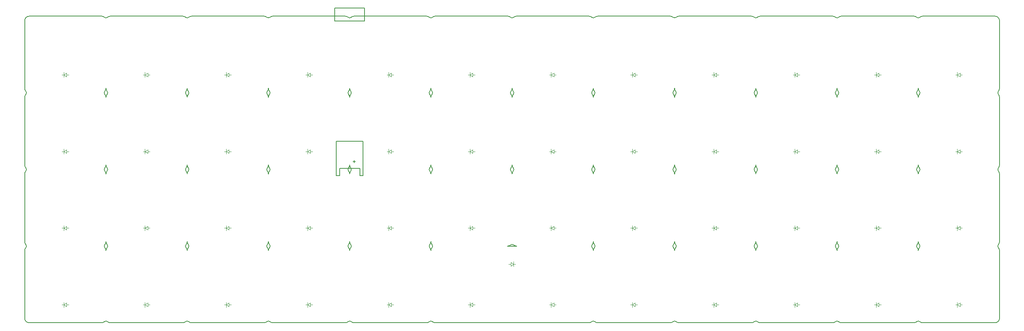
<source format=gbr>
G04 #@! TF.GenerationSoftware,KiCad,Pcbnew,5.1.5+dfsg1-2build2*
G04 #@! TF.CreationDate,2023-07-29T21:16:48+00:00*
G04 #@! TF.ProjectId,planck_routed,706c616e-636b-45f7-926f-757465642e6b,v1.0.0*
G04 #@! TF.SameCoordinates,Original*
G04 #@! TF.FileFunction,Legend,Bot*
G04 #@! TF.FilePolarity,Positive*
%FSLAX46Y46*%
G04 Gerber Fmt 4.6, Leading zero omitted, Abs format (unit mm)*
G04 Created by KiCad (PCBNEW 5.1.5+dfsg1-2build2) date 2023-07-29 21:16:48*
%MOMM*%
%LPD*%
G04 APERTURE LIST*
G04 #@! TA.AperFunction,Profile*
%ADD10C,0.150000*%
G04 #@! TD*
%ADD11C,0.100000*%
%ADD12C,0.150000*%
G04 APERTURE END LIST*
D10*
X-8000000Y8500000D02*
X8000000Y8500000D01*
X8666667Y8754644D02*
G75*
G02X8000000Y8500000I-666667J745356D01*
G01*
X8745356Y25166667D02*
G75*
G02X9000000Y24500000I-745356J-666667D01*
G01*
X-9000000Y24500000D02*
G75*
G02X-8745356Y25166667I1000000J0D01*
G01*
X-9000000Y24500000D02*
X-9000000Y9500000D01*
X-8000000Y8500000D02*
G75*
G02X-9000000Y9500000I0J1000000D01*
G01*
X9000000Y26500000D02*
G75*
G02X8745356Y25833333I-1000000J0D01*
G01*
X8745356Y42166667D02*
G75*
G02X9000000Y41500000I-745356J-666667D01*
G01*
X-9000000Y41500000D02*
G75*
G02X-8745356Y42166667I1000000J0D01*
G01*
X-9000000Y41500000D02*
X-9000000Y26500000D01*
X-8745356Y25833333D02*
G75*
G02X-9000000Y26500000I745356J666667D01*
G01*
X9000000Y43500000D02*
G75*
G02X8745356Y42833333I-1000000J0D01*
G01*
X8745356Y59166667D02*
G75*
G02X9000000Y58500000I-745356J-666667D01*
G01*
X-9000000Y58500000D02*
G75*
G02X-8745356Y59166667I1000000J0D01*
G01*
X-9000000Y58500000D02*
X-9000000Y43500000D01*
X-8745356Y42833333D02*
G75*
G02X-9000000Y43500000I745356J666667D01*
G01*
X9000000Y60500000D02*
G75*
G02X8745356Y59833333I-1000000J0D01*
G01*
X8000000Y76500000D02*
G75*
G02X8666667Y76245356I0J-1000000D01*
G01*
X8000000Y76500000D02*
X-8000000Y76500000D01*
X-9000000Y75500000D02*
G75*
G02X-8000000Y76500000I1000000J0D01*
G01*
X-9000000Y75500000D02*
X-9000000Y60500000D01*
X-8745356Y59833333D02*
G75*
G02X-9000000Y60500000I745356J666667D01*
G01*
X10000000Y8500000D02*
X26000000Y8500000D01*
X26666667Y8754644D02*
G75*
G02X26000000Y8500000I-666667J745356D01*
G01*
X26745356Y25166667D02*
G75*
G02X27000000Y24500000I-745356J-666667D01*
G01*
X9000000Y24500000D02*
G75*
G02X9254644Y25166667I1000000J0D01*
G01*
X10000000Y8500000D02*
G75*
G02X9333333Y8754644I0J1000000D01*
G01*
X27000000Y26500000D02*
G75*
G02X26745356Y25833333I-1000000J0D01*
G01*
X26745356Y42166667D02*
G75*
G02X27000000Y41500000I-745356J-666667D01*
G01*
X9000000Y41500000D02*
G75*
G02X9254644Y42166667I1000000J0D01*
G01*
X9254644Y25833333D02*
G75*
G02X9000000Y26500000I745356J666667D01*
G01*
X27000000Y43500000D02*
G75*
G02X26745356Y42833333I-1000000J0D01*
G01*
X26745356Y59166667D02*
G75*
G02X27000000Y58500000I-745356J-666667D01*
G01*
X9000000Y58500000D02*
G75*
G02X9254644Y59166667I1000000J0D01*
G01*
X9254644Y42833333D02*
G75*
G02X9000000Y43500000I745356J666667D01*
G01*
X27000000Y60500000D02*
G75*
G02X26745356Y59833333I-1000000J0D01*
G01*
X26000000Y76500000D02*
G75*
G02X26666667Y76245356I0J-1000000D01*
G01*
X26000000Y76500000D02*
X10000000Y76500000D01*
X9333333Y76245356D02*
G75*
G02X10000000Y76500000I666667J-745356D01*
G01*
X9254644Y59833333D02*
G75*
G02X9000000Y60500000I745356J666667D01*
G01*
X28000000Y8500000D02*
X44000000Y8500000D01*
X44666667Y8754644D02*
G75*
G02X44000000Y8500000I-666667J745356D01*
G01*
X44745356Y25166667D02*
G75*
G02X45000000Y24500000I-745356J-666667D01*
G01*
X27000000Y24500000D02*
G75*
G02X27254644Y25166667I1000000J0D01*
G01*
X28000000Y8500000D02*
G75*
G02X27333333Y8754644I0J1000000D01*
G01*
X45000000Y26500000D02*
G75*
G02X44745356Y25833333I-1000000J0D01*
G01*
X44745356Y42166667D02*
G75*
G02X45000000Y41500000I-745356J-666667D01*
G01*
X27000000Y41500000D02*
G75*
G02X27254644Y42166667I1000000J0D01*
G01*
X27254644Y25833333D02*
G75*
G02X27000000Y26500000I745356J666667D01*
G01*
X45000000Y43500000D02*
G75*
G02X44745356Y42833333I-1000000J0D01*
G01*
X44745356Y59166667D02*
G75*
G02X45000000Y58500000I-745356J-666667D01*
G01*
X27000000Y58500000D02*
G75*
G02X27254644Y59166667I1000000J0D01*
G01*
X27254644Y42833333D02*
G75*
G02X27000000Y43500000I745356J666667D01*
G01*
X45000000Y60500000D02*
G75*
G02X44745356Y59833333I-1000000J0D01*
G01*
X44000000Y76500000D02*
G75*
G02X44666667Y76245356I0J-1000000D01*
G01*
X44000000Y76500000D02*
X28000000Y76500000D01*
X27333333Y76245356D02*
G75*
G02X28000000Y76500000I666667J-745356D01*
G01*
X27254644Y59833333D02*
G75*
G02X27000000Y60500000I745356J666667D01*
G01*
X46000000Y8500000D02*
X62000000Y8500000D01*
X62666667Y8754644D02*
G75*
G02X62000000Y8500000I-666667J745356D01*
G01*
X62745356Y25166667D02*
G75*
G02X63000000Y24500000I-745356J-666667D01*
G01*
X45000000Y24500000D02*
G75*
G02X45254644Y25166667I1000000J0D01*
G01*
X46000000Y8500000D02*
G75*
G02X45333333Y8754644I0J1000000D01*
G01*
X63000000Y26500000D02*
G75*
G02X62745356Y25833333I-1000000J0D01*
G01*
X62745356Y42166667D02*
G75*
G02X63000000Y41500000I-745356J-666667D01*
G01*
X45000000Y41500000D02*
G75*
G02X45254644Y42166667I1000000J0D01*
G01*
X45254644Y25833333D02*
G75*
G02X45000000Y26500000I745356J666667D01*
G01*
X63000000Y43500000D02*
G75*
G02X62745356Y42833333I-1000000J0D01*
G01*
X62745356Y59166667D02*
G75*
G02X63000000Y58500000I-745356J-666667D01*
G01*
X45000000Y58500000D02*
G75*
G02X45254644Y59166667I1000000J0D01*
G01*
X45254644Y42833333D02*
G75*
G02X45000000Y43500000I745356J666667D01*
G01*
X63000000Y60500000D02*
G75*
G02X62745356Y59833333I-1000000J0D01*
G01*
X62000000Y76500000D02*
G75*
G02X62666667Y76245356I0J-1000000D01*
G01*
X62000000Y76500000D02*
X46000000Y76500000D01*
X45333333Y76245356D02*
G75*
G02X46000000Y76500000I666667J-745356D01*
G01*
X45254644Y59833333D02*
G75*
G02X45000000Y60500000I745356J666667D01*
G01*
X64000000Y8500000D02*
X80000000Y8500000D01*
X80666667Y8754644D02*
G75*
G02X80000000Y8500000I-666667J745356D01*
G01*
X80745356Y25166667D02*
G75*
G02X81000000Y24500000I-745356J-666667D01*
G01*
X63000000Y24500000D02*
G75*
G02X63254644Y25166667I1000000J0D01*
G01*
X64000000Y8500000D02*
G75*
G02X63333333Y8754644I0J1000000D01*
G01*
X81000000Y26500000D02*
G75*
G02X80745356Y25833333I-1000000J0D01*
G01*
X80745356Y42166667D02*
G75*
G02X81000000Y41500000I-745356J-666667D01*
G01*
X63000000Y41500000D02*
G75*
G02X63254644Y42166667I1000000J0D01*
G01*
X63254644Y25833333D02*
G75*
G02X63000000Y26500000I745356J666667D01*
G01*
X81000000Y43500000D02*
G75*
G02X80745356Y42833333I-1000000J0D01*
G01*
X80745356Y59166667D02*
G75*
G02X81000000Y58500000I-745356J-666667D01*
G01*
X63000000Y58500000D02*
G75*
G02X63254644Y59166667I1000000J0D01*
G01*
X63254644Y42833333D02*
G75*
G02X63000000Y43500000I745356J666667D01*
G01*
X81000000Y60500000D02*
G75*
G02X80745356Y59833333I-1000000J0D01*
G01*
X80000000Y76500000D02*
G75*
G02X80666667Y76245356I0J-1000000D01*
G01*
X80000000Y76500000D02*
X64000000Y76500000D01*
X63333333Y76245356D02*
G75*
G02X64000000Y76500000I666667J-745356D01*
G01*
X63254644Y59833333D02*
G75*
G02X63000000Y60500000I745356J666667D01*
G01*
X82000000Y8500000D02*
X116000000Y8500000D01*
X81000000Y24500000D02*
G75*
G02X81254644Y25166667I1000000J0D01*
G01*
X82000000Y8500000D02*
G75*
G02X81333333Y8754644I0J1000000D01*
G01*
X98666667Y25754644D02*
G75*
G02X98000000Y25500000I-666667J745356D01*
G01*
X98745356Y42166667D02*
G75*
G02X99000000Y41500000I-745356J-666667D01*
G01*
X81000000Y41500000D02*
G75*
G02X81254644Y42166667I1000000J0D01*
G01*
X81254644Y25833333D02*
G75*
G02X81000000Y26500000I745356J666667D01*
G01*
X99000000Y43500000D02*
G75*
G02X98745356Y42833333I-1000000J0D01*
G01*
X98745356Y59166667D02*
G75*
G02X99000000Y58500000I-745356J-666667D01*
G01*
X81000000Y58500000D02*
G75*
G02X81254644Y59166667I1000000J0D01*
G01*
X81254644Y42833333D02*
G75*
G02X81000000Y43500000I745356J666667D01*
G01*
X99000000Y60500000D02*
G75*
G02X98745356Y59833333I-1000000J0D01*
G01*
X98000000Y76500000D02*
G75*
G02X98666667Y76245356I0J-1000000D01*
G01*
X98000000Y76500000D02*
X82000000Y76500000D01*
X81333333Y76245356D02*
G75*
G02X82000000Y76500000I666667J-745356D01*
G01*
X81254644Y59833333D02*
G75*
G02X81000000Y60500000I745356J666667D01*
G01*
X100000000Y25500000D02*
X98000000Y25500000D01*
X116666667Y8754644D02*
G75*
G02X116000000Y8500000I-666667J745356D01*
G01*
X116745356Y25166667D02*
G75*
G02X117000000Y24500000I-745356J-666667D01*
G01*
X117000000Y26500000D02*
G75*
G02X116745356Y25833333I-1000000J0D01*
G01*
X116745356Y42166667D02*
G75*
G02X117000000Y41500000I-745356J-666667D01*
G01*
X99000000Y41500000D02*
G75*
G02X99254644Y42166667I1000000J0D01*
G01*
X100000000Y25500000D02*
G75*
G02X99333333Y25754644I0J1000000D01*
G01*
X117000000Y43500000D02*
G75*
G02X116745356Y42833333I-1000000J0D01*
G01*
X116745356Y59166667D02*
G75*
G02X117000000Y58500000I-745356J-666667D01*
G01*
X99000000Y58500000D02*
G75*
G02X99254644Y59166667I1000000J0D01*
G01*
X99254644Y42833333D02*
G75*
G02X99000000Y43500000I745356J666667D01*
G01*
X117000000Y60500000D02*
G75*
G02X116745356Y59833333I-1000000J0D01*
G01*
X116000000Y76500000D02*
G75*
G02X116666667Y76245356I0J-1000000D01*
G01*
X116000000Y76500000D02*
X100000000Y76500000D01*
X99333333Y76245356D02*
G75*
G02X100000000Y76500000I666667J-745356D01*
G01*
X99254644Y59833333D02*
G75*
G02X99000000Y60500000I745356J666667D01*
G01*
X118000000Y8500000D02*
X134000000Y8500000D01*
X134666667Y8754644D02*
G75*
G02X134000000Y8500000I-666667J745356D01*
G01*
X134745356Y25166667D02*
G75*
G02X135000000Y24500000I-745356J-666667D01*
G01*
X117000000Y24500000D02*
G75*
G02X117254644Y25166667I1000000J0D01*
G01*
X118000000Y8500000D02*
G75*
G02X117333333Y8754644I0J1000000D01*
G01*
X135000000Y26500000D02*
G75*
G02X134745356Y25833333I-1000000J0D01*
G01*
X134745356Y42166667D02*
G75*
G02X135000000Y41500000I-745356J-666667D01*
G01*
X117000000Y41500000D02*
G75*
G02X117254644Y42166667I1000000J0D01*
G01*
X117254644Y25833333D02*
G75*
G02X117000000Y26500000I745356J666667D01*
G01*
X135000000Y43500000D02*
G75*
G02X134745356Y42833333I-1000000J0D01*
G01*
X134745356Y59166667D02*
G75*
G02X135000000Y58500000I-745356J-666667D01*
G01*
X117000000Y58500000D02*
G75*
G02X117254644Y59166667I1000000J0D01*
G01*
X117254644Y42833333D02*
G75*
G02X117000000Y43500000I745356J666667D01*
G01*
X135000000Y60500000D02*
G75*
G02X134745356Y59833333I-1000000J0D01*
G01*
X134000000Y76500000D02*
G75*
G02X134666667Y76245356I0J-1000000D01*
G01*
X134000000Y76500000D02*
X118000000Y76500000D01*
X117333333Y76245356D02*
G75*
G02X118000000Y76500000I666667J-745356D01*
G01*
X117254644Y59833333D02*
G75*
G02X117000000Y60500000I745356J666667D01*
G01*
X136000000Y8500000D02*
X152000000Y8500000D01*
X152666667Y8754644D02*
G75*
G02X152000000Y8500000I-666667J745356D01*
G01*
X152745356Y25166667D02*
G75*
G02X153000000Y24500000I-745356J-666667D01*
G01*
X135000000Y24500000D02*
G75*
G02X135254644Y25166667I1000000J0D01*
G01*
X136000000Y8500000D02*
G75*
G02X135333333Y8754644I0J1000000D01*
G01*
X153000000Y26500000D02*
G75*
G02X152745356Y25833333I-1000000J0D01*
G01*
X152745356Y42166667D02*
G75*
G02X153000000Y41500000I-745356J-666667D01*
G01*
X135000000Y41500000D02*
G75*
G02X135254644Y42166667I1000000J0D01*
G01*
X135254644Y25833333D02*
G75*
G02X135000000Y26500000I745356J666667D01*
G01*
X153000000Y43500000D02*
G75*
G02X152745356Y42833333I-1000000J0D01*
G01*
X152745356Y59166667D02*
G75*
G02X153000000Y58500000I-745356J-666667D01*
G01*
X135000000Y58500000D02*
G75*
G02X135254644Y59166667I1000000J0D01*
G01*
X135254644Y42833333D02*
G75*
G02X135000000Y43500000I745356J666667D01*
G01*
X153000000Y60500000D02*
G75*
G02X152745356Y59833333I-1000000J0D01*
G01*
X152000000Y76500000D02*
G75*
G02X152666667Y76245356I0J-1000000D01*
G01*
X152000000Y76500000D02*
X136000000Y76500000D01*
X135333333Y76245356D02*
G75*
G02X136000000Y76500000I666667J-745356D01*
G01*
X135254644Y59833333D02*
G75*
G02X135000000Y60500000I745356J666667D01*
G01*
X154000000Y8500000D02*
X170000000Y8500000D01*
X170666667Y8754644D02*
G75*
G02X170000000Y8500000I-666667J745356D01*
G01*
X170745356Y25166667D02*
G75*
G02X171000000Y24500000I-745356J-666667D01*
G01*
X153000000Y24500000D02*
G75*
G02X153254644Y25166667I1000000J0D01*
G01*
X154000000Y8500000D02*
G75*
G02X153333333Y8754644I0J1000000D01*
G01*
X171000000Y26500000D02*
G75*
G02X170745356Y25833333I-1000000J0D01*
G01*
X170745356Y42166667D02*
G75*
G02X171000000Y41500000I-745356J-666667D01*
G01*
X153000000Y41500000D02*
G75*
G02X153254644Y42166667I1000000J0D01*
G01*
X153254644Y25833333D02*
G75*
G02X153000000Y26500000I745356J666667D01*
G01*
X171000000Y43500000D02*
G75*
G02X170745356Y42833333I-1000000J0D01*
G01*
X170745356Y59166667D02*
G75*
G02X171000000Y58500000I-745356J-666667D01*
G01*
X153000000Y58500000D02*
G75*
G02X153254644Y59166667I1000000J0D01*
G01*
X153254644Y42833333D02*
G75*
G02X153000000Y43500000I745356J666667D01*
G01*
X171000000Y60500000D02*
G75*
G02X170745356Y59833333I-1000000J0D01*
G01*
X170000000Y76500000D02*
G75*
G02X170666667Y76245356I0J-1000000D01*
G01*
X170000000Y76500000D02*
X154000000Y76500000D01*
X153333333Y76245356D02*
G75*
G02X154000000Y76500000I666667J-745356D01*
G01*
X153254644Y59833333D02*
G75*
G02X153000000Y60500000I745356J666667D01*
G01*
X172000000Y8500000D02*
X188000000Y8500000D01*
X188666667Y8754644D02*
G75*
G02X188000000Y8500000I-666667J745356D01*
G01*
X188745356Y25166667D02*
G75*
G02X189000000Y24500000I-745356J-666667D01*
G01*
X171000000Y24500000D02*
G75*
G02X171254644Y25166667I1000000J0D01*
G01*
X172000000Y8500000D02*
G75*
G02X171333333Y8754644I0J1000000D01*
G01*
X189000000Y26500000D02*
G75*
G02X188745356Y25833333I-1000000J0D01*
G01*
X188745356Y42166667D02*
G75*
G02X189000000Y41500000I-745356J-666667D01*
G01*
X171000000Y41500000D02*
G75*
G02X171254644Y42166667I1000000J0D01*
G01*
X171254644Y25833333D02*
G75*
G02X171000000Y26500000I745356J666667D01*
G01*
X189000000Y43500000D02*
G75*
G02X188745356Y42833333I-1000000J0D01*
G01*
X188745356Y59166667D02*
G75*
G02X189000000Y58500000I-745356J-666667D01*
G01*
X171000000Y58500000D02*
G75*
G02X171254644Y59166667I1000000J0D01*
G01*
X171254644Y42833333D02*
G75*
G02X171000000Y43500000I745356J666667D01*
G01*
X189000000Y60500000D02*
G75*
G02X188745356Y59833333I-1000000J0D01*
G01*
X188000000Y76500000D02*
G75*
G02X188666667Y76245356I0J-1000000D01*
G01*
X188000000Y76500000D02*
X172000000Y76500000D01*
X171333333Y76245356D02*
G75*
G02X172000000Y76500000I666667J-745356D01*
G01*
X171254644Y59833333D02*
G75*
G02X171000000Y60500000I745356J666667D01*
G01*
X190000000Y8500000D02*
X206000000Y8500000D01*
X207000000Y9500000D02*
G75*
G02X206000000Y8500000I-1000000J0D01*
G01*
X207000000Y9500000D02*
X207000000Y24500000D01*
X206745356Y25166667D02*
G75*
G02X207000000Y24500000I-745356J-666667D01*
G01*
X189000000Y24500000D02*
G75*
G02X189254644Y25166667I1000000J0D01*
G01*
X190000000Y8500000D02*
G75*
G02X189333333Y8754644I0J1000000D01*
G01*
X207000000Y26500000D02*
G75*
G02X206745356Y25833333I-1000000J0D01*
G01*
X207000000Y26500000D02*
X207000000Y41500000D01*
X206745356Y42166667D02*
G75*
G02X207000000Y41500000I-745356J-666667D01*
G01*
X189000000Y41500000D02*
G75*
G02X189254644Y42166667I1000000J0D01*
G01*
X189254644Y25833333D02*
G75*
G02X189000000Y26500000I745356J666667D01*
G01*
X207000000Y43500000D02*
G75*
G02X206745356Y42833333I-1000000J0D01*
G01*
X207000000Y43500000D02*
X207000000Y58500000D01*
X206745356Y59166667D02*
G75*
G02X207000000Y58500000I-745356J-666667D01*
G01*
X189000000Y58500000D02*
G75*
G02X189254644Y59166667I1000000J0D01*
G01*
X189254644Y42833333D02*
G75*
G02X189000000Y43500000I745356J666667D01*
G01*
X207000000Y60500000D02*
G75*
G02X206745356Y59833333I-1000000J0D01*
G01*
X207000000Y60500000D02*
X207000000Y75500000D01*
X206000000Y76500000D02*
G75*
G02X207000000Y75500000I0J-1000000D01*
G01*
X206000000Y76500000D02*
X190000000Y76500000D01*
X189333333Y76245356D02*
G75*
G02X190000000Y76500000I666667J-745356D01*
G01*
X189254644Y59833333D02*
G75*
G02X189000000Y60500000I745356J666667D01*
G01*
X8666666Y8754644D02*
G75*
G02X9333333Y8754644I333334J-372678D01*
G01*
X26666666Y8754644D02*
G75*
G02X27333333Y8754644I333334J-372678D01*
G01*
X44666666Y8754644D02*
G75*
G02X45333333Y8754644I333334J-372678D01*
G01*
X62666666Y8754644D02*
G75*
G02X63333333Y8754644I333334J-372678D01*
G01*
X80666666Y8754644D02*
G75*
G02X81333333Y8754644I333334J-372678D01*
G01*
X116666666Y8754644D02*
G75*
G02X117333333Y8754644I333334J-372678D01*
G01*
X134666666Y8754644D02*
G75*
G02X135333333Y8754644I333334J-372678D01*
G01*
X152666666Y8754644D02*
G75*
G02X153333333Y8754644I333334J-372678D01*
G01*
X170666666Y8754644D02*
G75*
G02X171333333Y8754644I333334J-372678D01*
G01*
X188666666Y8754644D02*
G75*
G02X189333333Y8754644I333334J-372678D01*
G01*
X206745356Y25166666D02*
G75*
G02X206745356Y25833333I372678J333334D01*
G01*
X206745356Y42166666D02*
G75*
G02X206745356Y42833333I372678J333334D01*
G01*
X206745356Y59166666D02*
G75*
G02X206745356Y59833333I372678J333334D01*
G01*
X189333334Y76245356D02*
G75*
G02X188666667Y76245356I-333334J372678D01*
G01*
X171333334Y76245356D02*
G75*
G02X170666667Y76245356I-333334J372678D01*
G01*
X153333334Y76245356D02*
G75*
G02X152666667Y76245356I-333334J372678D01*
G01*
X135333334Y76245356D02*
G75*
G02X134666667Y76245356I-333334J372678D01*
G01*
X117333334Y76245356D02*
G75*
G02X116666667Y76245356I-333334J372678D01*
G01*
X99333334Y76245356D02*
G75*
G02X98666667Y76245356I-333334J372678D01*
G01*
X81333334Y76245356D02*
G75*
G02X80666667Y76245356I-333334J372678D01*
G01*
X63333334Y76245356D02*
G75*
G02X62666667Y76245356I-333334J372678D01*
G01*
X45333334Y76245356D02*
G75*
G02X44666667Y76245356I-333334J372678D01*
G01*
X27333334Y76245356D02*
G75*
G02X26666667Y76245356I-333334J372678D01*
G01*
X9333334Y76245356D02*
G75*
G02X8666667Y76245356I-333334J372678D01*
G01*
X-8745356Y59833334D02*
G75*
G02X-8745356Y59166667I-372678J-333334D01*
G01*
X-8745356Y42833334D02*
G75*
G02X-8745356Y42166667I-372678J-333334D01*
G01*
X-8745356Y25833334D02*
G75*
G02X-8745356Y25166667I-372678J-333334D01*
G01*
X8745356Y25166666D02*
G75*
G02X8745356Y25833333I372678J333334D01*
G01*
X9254644Y25833334D02*
G75*
G02X9254644Y25166667I-372678J-333334D01*
G01*
X8745356Y42166666D02*
G75*
G02X8745356Y42833333I372678J333334D01*
G01*
X9254644Y42833334D02*
G75*
G02X9254644Y42166667I-372678J-333334D01*
G01*
X8745356Y59166666D02*
G75*
G02X8745356Y59833333I372678J333334D01*
G01*
X9254644Y59833334D02*
G75*
G02X9254644Y59166667I-372678J-333334D01*
G01*
X26745356Y25166666D02*
G75*
G02X26745356Y25833333I372678J333334D01*
G01*
X27254644Y25833334D02*
G75*
G02X27254644Y25166667I-372678J-333334D01*
G01*
X26745356Y42166666D02*
G75*
G02X26745356Y42833333I372678J333334D01*
G01*
X27254644Y42833334D02*
G75*
G02X27254644Y42166667I-372678J-333334D01*
G01*
X26745356Y59166666D02*
G75*
G02X26745356Y59833333I372678J333334D01*
G01*
X27254644Y59833334D02*
G75*
G02X27254644Y59166667I-372678J-333334D01*
G01*
X44745356Y25166666D02*
G75*
G02X44745356Y25833333I372678J333334D01*
G01*
X45254644Y25833334D02*
G75*
G02X45254644Y25166667I-372678J-333334D01*
G01*
X44745356Y42166666D02*
G75*
G02X44745356Y42833333I372678J333334D01*
G01*
X45254644Y42833334D02*
G75*
G02X45254644Y42166667I-372678J-333334D01*
G01*
X44745356Y59166666D02*
G75*
G02X44745356Y59833333I372678J333334D01*
G01*
X45254644Y59833334D02*
G75*
G02X45254644Y59166667I-372678J-333334D01*
G01*
X62745356Y25166666D02*
G75*
G02X62745356Y25833333I372678J333334D01*
G01*
X63254644Y25833334D02*
G75*
G02X63254644Y25166667I-372678J-333334D01*
G01*
X62745356Y42166666D02*
G75*
G02X62745356Y42833333I372678J333334D01*
G01*
X63254644Y42833334D02*
G75*
G02X63254644Y42166667I-372678J-333334D01*
G01*
X62745356Y59166666D02*
G75*
G02X62745356Y59833333I372678J333334D01*
G01*
X63254644Y59833334D02*
G75*
G02X63254644Y59166667I-372678J-333334D01*
G01*
X80745356Y25166666D02*
G75*
G02X80745356Y25833333I372678J333334D01*
G01*
X81254644Y25833334D02*
G75*
G02X81254644Y25166667I-372678J-333334D01*
G01*
X80745356Y42166666D02*
G75*
G02X80745356Y42833333I372678J333334D01*
G01*
X81254644Y42833334D02*
G75*
G02X81254644Y42166667I-372678J-333334D01*
G01*
X80745356Y59166666D02*
G75*
G02X80745356Y59833333I372678J333334D01*
G01*
X81254644Y59833334D02*
G75*
G02X81254644Y59166667I-372678J-333334D01*
G01*
X98745356Y42166666D02*
G75*
G02X98745356Y42833333I372678J333334D01*
G01*
X99254644Y42833334D02*
G75*
G02X99254644Y42166667I-372678J-333334D01*
G01*
X98745356Y59166666D02*
G75*
G02X98745356Y59833333I372678J333334D01*
G01*
X99254644Y59833334D02*
G75*
G02X99254644Y59166667I-372678J-333334D01*
G01*
X116745356Y25166666D02*
G75*
G02X116745356Y25833333I372678J333334D01*
G01*
X117254644Y25833334D02*
G75*
G02X117254644Y25166667I-372678J-333334D01*
G01*
X116745356Y42166666D02*
G75*
G02X116745356Y42833333I372678J333334D01*
G01*
X117254644Y42833334D02*
G75*
G02X117254644Y42166667I-372678J-333334D01*
G01*
X116745356Y59166666D02*
G75*
G02X116745356Y59833333I372678J333334D01*
G01*
X117254644Y59833334D02*
G75*
G02X117254644Y59166667I-372678J-333334D01*
G01*
X134745356Y25166666D02*
G75*
G02X134745356Y25833333I372678J333334D01*
G01*
X135254644Y25833334D02*
G75*
G02X135254644Y25166667I-372678J-333334D01*
G01*
X134745356Y42166666D02*
G75*
G02X134745356Y42833333I372678J333334D01*
G01*
X135254644Y42833334D02*
G75*
G02X135254644Y42166667I-372678J-333334D01*
G01*
X134745356Y59166666D02*
G75*
G02X134745356Y59833333I372678J333334D01*
G01*
X135254644Y59833334D02*
G75*
G02X135254644Y59166667I-372678J-333334D01*
G01*
X152745356Y25166666D02*
G75*
G02X152745356Y25833333I372678J333334D01*
G01*
X153254644Y25833334D02*
G75*
G02X153254644Y25166667I-372678J-333334D01*
G01*
X152745356Y42166666D02*
G75*
G02X152745356Y42833333I372678J333334D01*
G01*
X153254644Y42833334D02*
G75*
G02X153254644Y42166667I-372678J-333334D01*
G01*
X152745356Y59166666D02*
G75*
G02X152745356Y59833333I372678J333334D01*
G01*
X153254644Y59833334D02*
G75*
G02X153254644Y59166667I-372678J-333334D01*
G01*
X170745356Y25166666D02*
G75*
G02X170745356Y25833333I372678J333334D01*
G01*
X171254644Y25833334D02*
G75*
G02X171254644Y25166667I-372678J-333334D01*
G01*
X170745356Y42166666D02*
G75*
G02X170745356Y42833333I372678J333334D01*
G01*
X171254644Y42833334D02*
G75*
G02X171254644Y42166667I-372678J-333334D01*
G01*
X170745356Y59166666D02*
G75*
G02X170745356Y59833333I372678J333334D01*
G01*
X171254644Y59833334D02*
G75*
G02X171254644Y59166667I-372678J-333334D01*
G01*
X188745356Y25166666D02*
G75*
G02X188745356Y25833333I372678J333334D01*
G01*
X189254644Y25833334D02*
G75*
G02X189254644Y25166667I-372678J-333334D01*
G01*
X188745356Y42166666D02*
G75*
G02X188745356Y42833333I372678J333334D01*
G01*
X189254644Y42833334D02*
G75*
G02X189254644Y42166667I-372678J-333334D01*
G01*
X188745356Y59166666D02*
G75*
G02X188745356Y59833333I372678J333334D01*
G01*
X189254644Y59833334D02*
G75*
G02X189254644Y59166667I-372678J-333334D01*
G01*
X98666666Y25754644D02*
G75*
G02X99333333Y25754644I333334J-372678D01*
G01*
D11*
G04 #@! TO.C,D1*
X250000Y12500000D02*
X750000Y12500000D01*
X250000Y12100000D02*
X-350000Y12500000D01*
X250000Y12900000D02*
X250000Y12100000D01*
X-350000Y12500000D02*
X250000Y12900000D01*
X-350000Y12500000D02*
X-350000Y11950000D01*
X-350000Y12500000D02*
X-350000Y13050000D01*
X-750000Y12500000D02*
X-350000Y12500000D01*
G04 #@! TO.C,D2*
X250000Y29500000D02*
X750000Y29500000D01*
X250000Y29100000D02*
X-350000Y29500000D01*
X250000Y29900000D02*
X250000Y29100000D01*
X-350000Y29500000D02*
X250000Y29900000D01*
X-350000Y29500000D02*
X-350000Y28950000D01*
X-350000Y29500000D02*
X-350000Y30050000D01*
X-750000Y29500000D02*
X-350000Y29500000D01*
G04 #@! TO.C,D3*
X250000Y46500000D02*
X750000Y46500000D01*
X250000Y46100000D02*
X-350000Y46500000D01*
X250000Y46900000D02*
X250000Y46100000D01*
X-350000Y46500000D02*
X250000Y46900000D01*
X-350000Y46500000D02*
X-350000Y45950000D01*
X-350000Y46500000D02*
X-350000Y47050000D01*
X-750000Y46500000D02*
X-350000Y46500000D01*
G04 #@! TO.C,D4*
X250000Y63500000D02*
X750000Y63500000D01*
X250000Y63100000D02*
X-350000Y63500000D01*
X250000Y63900000D02*
X250000Y63100000D01*
X-350000Y63500000D02*
X250000Y63900000D01*
X-350000Y63500000D02*
X-350000Y62950000D01*
X-350000Y63500000D02*
X-350000Y64050000D01*
X-750000Y63500000D02*
X-350000Y63500000D01*
G04 #@! TO.C,D5*
X18250000Y12500000D02*
X18750000Y12500000D01*
X18250000Y12100000D02*
X17650000Y12500000D01*
X18250000Y12900000D02*
X18250000Y12100000D01*
X17650000Y12500000D02*
X18250000Y12900000D01*
X17650000Y12500000D02*
X17650000Y11950000D01*
X17650000Y12500000D02*
X17650000Y13050000D01*
X17250000Y12500000D02*
X17650000Y12500000D01*
G04 #@! TO.C,D6*
X18250000Y29500000D02*
X18750000Y29500000D01*
X18250000Y29100000D02*
X17650000Y29500000D01*
X18250000Y29900000D02*
X18250000Y29100000D01*
X17650000Y29500000D02*
X18250000Y29900000D01*
X17650000Y29500000D02*
X17650000Y28950000D01*
X17650000Y29500000D02*
X17650000Y30050000D01*
X17250000Y29500000D02*
X17650000Y29500000D01*
G04 #@! TO.C,D7*
X18250000Y46500000D02*
X18750000Y46500000D01*
X18250000Y46100000D02*
X17650000Y46500000D01*
X18250000Y46900000D02*
X18250000Y46100000D01*
X17650000Y46500000D02*
X18250000Y46900000D01*
X17650000Y46500000D02*
X17650000Y45950000D01*
X17650000Y46500000D02*
X17650000Y47050000D01*
X17250000Y46500000D02*
X17650000Y46500000D01*
G04 #@! TO.C,D8*
X18250000Y63500000D02*
X18750000Y63500000D01*
X18250000Y63100000D02*
X17650000Y63500000D01*
X18250000Y63900000D02*
X18250000Y63100000D01*
X17650000Y63500000D02*
X18250000Y63900000D01*
X17650000Y63500000D02*
X17650000Y62950000D01*
X17650000Y63500000D02*
X17650000Y64050000D01*
X17250000Y63500000D02*
X17650000Y63500000D01*
G04 #@! TO.C,D9*
X36250000Y12500000D02*
X36750000Y12500000D01*
X36250000Y12100000D02*
X35650000Y12500000D01*
X36250000Y12900000D02*
X36250000Y12100000D01*
X35650000Y12500000D02*
X36250000Y12900000D01*
X35650000Y12500000D02*
X35650000Y11950000D01*
X35650000Y12500000D02*
X35650000Y13050000D01*
X35250000Y12500000D02*
X35650000Y12500000D01*
G04 #@! TO.C,D10*
X36250000Y29500000D02*
X36750000Y29500000D01*
X36250000Y29100000D02*
X35650000Y29500000D01*
X36250000Y29900000D02*
X36250000Y29100000D01*
X35650000Y29500000D02*
X36250000Y29900000D01*
X35650000Y29500000D02*
X35650000Y28950000D01*
X35650000Y29500000D02*
X35650000Y30050000D01*
X35250000Y29500000D02*
X35650000Y29500000D01*
G04 #@! TO.C,D11*
X36250000Y46500000D02*
X36750000Y46500000D01*
X36250000Y46100000D02*
X35650000Y46500000D01*
X36250000Y46900000D02*
X36250000Y46100000D01*
X35650000Y46500000D02*
X36250000Y46900000D01*
X35650000Y46500000D02*
X35650000Y45950000D01*
X35650000Y46500000D02*
X35650000Y47050000D01*
X35250000Y46500000D02*
X35650000Y46500000D01*
G04 #@! TO.C,D12*
X36250000Y63500000D02*
X36750000Y63500000D01*
X36250000Y63100000D02*
X35650000Y63500000D01*
X36250000Y63900000D02*
X36250000Y63100000D01*
X35650000Y63500000D02*
X36250000Y63900000D01*
X35650000Y63500000D02*
X35650000Y62950000D01*
X35650000Y63500000D02*
X35650000Y64050000D01*
X35250000Y63500000D02*
X35650000Y63500000D01*
G04 #@! TO.C,D13*
X54250000Y12500000D02*
X54750000Y12500000D01*
X54250000Y12100000D02*
X53650000Y12500000D01*
X54250000Y12900000D02*
X54250000Y12100000D01*
X53650000Y12500000D02*
X54250000Y12900000D01*
X53650000Y12500000D02*
X53650000Y11950000D01*
X53650000Y12500000D02*
X53650000Y13050000D01*
X53250000Y12500000D02*
X53650000Y12500000D01*
G04 #@! TO.C,D14*
X54250000Y29500000D02*
X54750000Y29500000D01*
X54250000Y29100000D02*
X53650000Y29500000D01*
X54250000Y29900000D02*
X54250000Y29100000D01*
X53650000Y29500000D02*
X54250000Y29900000D01*
X53650000Y29500000D02*
X53650000Y28950000D01*
X53650000Y29500000D02*
X53650000Y30050000D01*
X53250000Y29500000D02*
X53650000Y29500000D01*
G04 #@! TO.C,D15*
X54250000Y46500000D02*
X54750000Y46500000D01*
X54250000Y46100000D02*
X53650000Y46500000D01*
X54250000Y46900000D02*
X54250000Y46100000D01*
X53650000Y46500000D02*
X54250000Y46900000D01*
X53650000Y46500000D02*
X53650000Y45950000D01*
X53650000Y46500000D02*
X53650000Y47050000D01*
X53250000Y46500000D02*
X53650000Y46500000D01*
G04 #@! TO.C,D16*
X54250000Y63500000D02*
X54750000Y63500000D01*
X54250000Y63100000D02*
X53650000Y63500000D01*
X54250000Y63900000D02*
X54250000Y63100000D01*
X53650000Y63500000D02*
X54250000Y63900000D01*
X53650000Y63500000D02*
X53650000Y62950000D01*
X53650000Y63500000D02*
X53650000Y64050000D01*
X53250000Y63500000D02*
X53650000Y63500000D01*
G04 #@! TO.C,D17*
X72250000Y12500000D02*
X72750000Y12500000D01*
X72250000Y12100000D02*
X71650000Y12500000D01*
X72250000Y12900000D02*
X72250000Y12100000D01*
X71650000Y12500000D02*
X72250000Y12900000D01*
X71650000Y12500000D02*
X71650000Y11950000D01*
X71650000Y12500000D02*
X71650000Y13050000D01*
X71250000Y12500000D02*
X71650000Y12500000D01*
G04 #@! TO.C,D18*
X72250000Y29500000D02*
X72750000Y29500000D01*
X72250000Y29100000D02*
X71650000Y29500000D01*
X72250000Y29900000D02*
X72250000Y29100000D01*
X71650000Y29500000D02*
X72250000Y29900000D01*
X71650000Y29500000D02*
X71650000Y28950000D01*
X71650000Y29500000D02*
X71650000Y30050000D01*
X71250000Y29500000D02*
X71650000Y29500000D01*
G04 #@! TO.C,D19*
X72250000Y46500000D02*
X72750000Y46500000D01*
X72250000Y46100000D02*
X71650000Y46500000D01*
X72250000Y46900000D02*
X72250000Y46100000D01*
X71650000Y46500000D02*
X72250000Y46900000D01*
X71650000Y46500000D02*
X71650000Y45950000D01*
X71650000Y46500000D02*
X71650000Y47050000D01*
X71250000Y46500000D02*
X71650000Y46500000D01*
G04 #@! TO.C,D20*
X72250000Y63500000D02*
X72750000Y63500000D01*
X72250000Y63100000D02*
X71650000Y63500000D01*
X72250000Y63900000D02*
X72250000Y63100000D01*
X71650000Y63500000D02*
X72250000Y63900000D01*
X71650000Y63500000D02*
X71650000Y62950000D01*
X71650000Y63500000D02*
X71650000Y64050000D01*
X71250000Y63500000D02*
X71650000Y63500000D01*
G04 #@! TO.C,D21*
X90250000Y12500000D02*
X90750000Y12500000D01*
X90250000Y12100000D02*
X89650000Y12500000D01*
X90250000Y12900000D02*
X90250000Y12100000D01*
X89650000Y12500000D02*
X90250000Y12900000D01*
X89650000Y12500000D02*
X89650000Y11950000D01*
X89650000Y12500000D02*
X89650000Y13050000D01*
X89250000Y12500000D02*
X89650000Y12500000D01*
G04 #@! TO.C,D22*
X90250000Y29500000D02*
X90750000Y29500000D01*
X90250000Y29100000D02*
X89650000Y29500000D01*
X90250000Y29900000D02*
X90250000Y29100000D01*
X89650000Y29500000D02*
X90250000Y29900000D01*
X89650000Y29500000D02*
X89650000Y28950000D01*
X89650000Y29500000D02*
X89650000Y30050000D01*
X89250000Y29500000D02*
X89650000Y29500000D01*
G04 #@! TO.C,D23*
X90250000Y46500000D02*
X90750000Y46500000D01*
X90250000Y46100000D02*
X89650000Y46500000D01*
X90250000Y46900000D02*
X90250000Y46100000D01*
X89650000Y46500000D02*
X90250000Y46900000D01*
X89650000Y46500000D02*
X89650000Y45950000D01*
X89650000Y46500000D02*
X89650000Y47050000D01*
X89250000Y46500000D02*
X89650000Y46500000D01*
G04 #@! TO.C,D24*
X90250000Y63500000D02*
X90750000Y63500000D01*
X90250000Y63100000D02*
X89650000Y63500000D01*
X90250000Y63900000D02*
X90250000Y63100000D01*
X89650000Y63500000D02*
X90250000Y63900000D01*
X89650000Y63500000D02*
X89650000Y62950000D01*
X89650000Y63500000D02*
X89650000Y64050000D01*
X89250000Y63500000D02*
X89650000Y63500000D01*
G04 #@! TO.C,D25*
X98750000Y21500000D02*
X98250000Y21500000D01*
X98750000Y21900000D02*
X99350000Y21500000D01*
X98750000Y21100000D02*
X98750000Y21900000D01*
X99350000Y21500000D02*
X98750000Y21100000D01*
X99350000Y21500000D02*
X99350000Y22050000D01*
X99350000Y21500000D02*
X99350000Y20950000D01*
X99750000Y21500000D02*
X99350000Y21500000D01*
G04 #@! TO.C,D26*
X108250000Y12500000D02*
X108750000Y12500000D01*
X108250000Y12100000D02*
X107650000Y12500000D01*
X108250000Y12900000D02*
X108250000Y12100000D01*
X107650000Y12500000D02*
X108250000Y12900000D01*
X107650000Y12500000D02*
X107650000Y11950000D01*
X107650000Y12500000D02*
X107650000Y13050000D01*
X107250000Y12500000D02*
X107650000Y12500000D01*
G04 #@! TO.C,D27*
X108250000Y29500000D02*
X108750000Y29500000D01*
X108250000Y29100000D02*
X107650000Y29500000D01*
X108250000Y29900000D02*
X108250000Y29100000D01*
X107650000Y29500000D02*
X108250000Y29900000D01*
X107650000Y29500000D02*
X107650000Y28950000D01*
X107650000Y29500000D02*
X107650000Y30050000D01*
X107250000Y29500000D02*
X107650000Y29500000D01*
G04 #@! TO.C,D28*
X108250000Y46500000D02*
X108750000Y46500000D01*
X108250000Y46100000D02*
X107650000Y46500000D01*
X108250000Y46900000D02*
X108250000Y46100000D01*
X107650000Y46500000D02*
X108250000Y46900000D01*
X107650000Y46500000D02*
X107650000Y45950000D01*
X107650000Y46500000D02*
X107650000Y47050000D01*
X107250000Y46500000D02*
X107650000Y46500000D01*
G04 #@! TO.C,D29*
X108250000Y63500000D02*
X108750000Y63500000D01*
X108250000Y63100000D02*
X107650000Y63500000D01*
X108250000Y63900000D02*
X108250000Y63100000D01*
X107650000Y63500000D02*
X108250000Y63900000D01*
X107650000Y63500000D02*
X107650000Y62950000D01*
X107650000Y63500000D02*
X107650000Y64050000D01*
X107250000Y63500000D02*
X107650000Y63500000D01*
G04 #@! TO.C,D30*
X126250000Y12500000D02*
X126750000Y12500000D01*
X126250000Y12100000D02*
X125650000Y12500000D01*
X126250000Y12900000D02*
X126250000Y12100000D01*
X125650000Y12500000D02*
X126250000Y12900000D01*
X125650000Y12500000D02*
X125650000Y11950000D01*
X125650000Y12500000D02*
X125650000Y13050000D01*
X125250000Y12500000D02*
X125650000Y12500000D01*
G04 #@! TO.C,D31*
X126250000Y29500000D02*
X126750000Y29500000D01*
X126250000Y29100000D02*
X125650000Y29500000D01*
X126250000Y29900000D02*
X126250000Y29100000D01*
X125650000Y29500000D02*
X126250000Y29900000D01*
X125650000Y29500000D02*
X125650000Y28950000D01*
X125650000Y29500000D02*
X125650000Y30050000D01*
X125250000Y29500000D02*
X125650000Y29500000D01*
G04 #@! TO.C,D32*
X126250000Y46500000D02*
X126750000Y46500000D01*
X126250000Y46100000D02*
X125650000Y46500000D01*
X126250000Y46900000D02*
X126250000Y46100000D01*
X125650000Y46500000D02*
X126250000Y46900000D01*
X125650000Y46500000D02*
X125650000Y45950000D01*
X125650000Y46500000D02*
X125650000Y47050000D01*
X125250000Y46500000D02*
X125650000Y46500000D01*
G04 #@! TO.C,D33*
X126250000Y63500000D02*
X126750000Y63500000D01*
X126250000Y63100000D02*
X125650000Y63500000D01*
X126250000Y63900000D02*
X126250000Y63100000D01*
X125650000Y63500000D02*
X126250000Y63900000D01*
X125650000Y63500000D02*
X125650000Y62950000D01*
X125650000Y63500000D02*
X125650000Y64050000D01*
X125250000Y63500000D02*
X125650000Y63500000D01*
G04 #@! TO.C,D34*
X144250000Y12500000D02*
X144750000Y12500000D01*
X144250000Y12100000D02*
X143650000Y12500000D01*
X144250000Y12900000D02*
X144250000Y12100000D01*
X143650000Y12500000D02*
X144250000Y12900000D01*
X143650000Y12500000D02*
X143650000Y11950000D01*
X143650000Y12500000D02*
X143650000Y13050000D01*
X143250000Y12500000D02*
X143650000Y12500000D01*
G04 #@! TO.C,D35*
X144250000Y29500000D02*
X144750000Y29500000D01*
X144250000Y29100000D02*
X143650000Y29500000D01*
X144250000Y29900000D02*
X144250000Y29100000D01*
X143650000Y29500000D02*
X144250000Y29900000D01*
X143650000Y29500000D02*
X143650000Y28950000D01*
X143650000Y29500000D02*
X143650000Y30050000D01*
X143250000Y29500000D02*
X143650000Y29500000D01*
G04 #@! TO.C,D36*
X144250000Y46500000D02*
X144750000Y46500000D01*
X144250000Y46100000D02*
X143650000Y46500000D01*
X144250000Y46900000D02*
X144250000Y46100000D01*
X143650000Y46500000D02*
X144250000Y46900000D01*
X143650000Y46500000D02*
X143650000Y45950000D01*
X143650000Y46500000D02*
X143650000Y47050000D01*
X143250000Y46500000D02*
X143650000Y46500000D01*
G04 #@! TO.C,D37*
X144250000Y63500000D02*
X144750000Y63500000D01*
X144250000Y63100000D02*
X143650000Y63500000D01*
X144250000Y63900000D02*
X144250000Y63100000D01*
X143650000Y63500000D02*
X144250000Y63900000D01*
X143650000Y63500000D02*
X143650000Y62950000D01*
X143650000Y63500000D02*
X143650000Y64050000D01*
X143250000Y63500000D02*
X143650000Y63500000D01*
G04 #@! TO.C,D38*
X162250000Y12500000D02*
X162750000Y12500000D01*
X162250000Y12100000D02*
X161650000Y12500000D01*
X162250000Y12900000D02*
X162250000Y12100000D01*
X161650000Y12500000D02*
X162250000Y12900000D01*
X161650000Y12500000D02*
X161650000Y11950000D01*
X161650000Y12500000D02*
X161650000Y13050000D01*
X161250000Y12500000D02*
X161650000Y12500000D01*
G04 #@! TO.C,D39*
X162250000Y29500000D02*
X162750000Y29500000D01*
X162250000Y29100000D02*
X161650000Y29500000D01*
X162250000Y29900000D02*
X162250000Y29100000D01*
X161650000Y29500000D02*
X162250000Y29900000D01*
X161650000Y29500000D02*
X161650000Y28950000D01*
X161650000Y29500000D02*
X161650000Y30050000D01*
X161250000Y29500000D02*
X161650000Y29500000D01*
G04 #@! TO.C,D40*
X162250000Y46500000D02*
X162750000Y46500000D01*
X162250000Y46100000D02*
X161650000Y46500000D01*
X162250000Y46900000D02*
X162250000Y46100000D01*
X161650000Y46500000D02*
X162250000Y46900000D01*
X161650000Y46500000D02*
X161650000Y45950000D01*
X161650000Y46500000D02*
X161650000Y47050000D01*
X161250000Y46500000D02*
X161650000Y46500000D01*
G04 #@! TO.C,D41*
X162250000Y63500000D02*
X162750000Y63500000D01*
X162250000Y63100000D02*
X161650000Y63500000D01*
X162250000Y63900000D02*
X162250000Y63100000D01*
X161650000Y63500000D02*
X162250000Y63900000D01*
X161650000Y63500000D02*
X161650000Y62950000D01*
X161650000Y63500000D02*
X161650000Y64050000D01*
X161250000Y63500000D02*
X161650000Y63500000D01*
G04 #@! TO.C,D42*
X180250000Y12500000D02*
X180750000Y12500000D01*
X180250000Y12100000D02*
X179650000Y12500000D01*
X180250000Y12900000D02*
X180250000Y12100000D01*
X179650000Y12500000D02*
X180250000Y12900000D01*
X179650000Y12500000D02*
X179650000Y11950000D01*
X179650000Y12500000D02*
X179650000Y13050000D01*
X179250000Y12500000D02*
X179650000Y12500000D01*
G04 #@! TO.C,D43*
X180250000Y29500000D02*
X180750000Y29500000D01*
X180250000Y29100000D02*
X179650000Y29500000D01*
X180250000Y29900000D02*
X180250000Y29100000D01*
X179650000Y29500000D02*
X180250000Y29900000D01*
X179650000Y29500000D02*
X179650000Y28950000D01*
X179650000Y29500000D02*
X179650000Y30050000D01*
X179250000Y29500000D02*
X179650000Y29500000D01*
G04 #@! TO.C,D44*
X180250000Y46500000D02*
X180750000Y46500000D01*
X180250000Y46100000D02*
X179650000Y46500000D01*
X180250000Y46900000D02*
X180250000Y46100000D01*
X179650000Y46500000D02*
X180250000Y46900000D01*
X179650000Y46500000D02*
X179650000Y45950000D01*
X179650000Y46500000D02*
X179650000Y47050000D01*
X179250000Y46500000D02*
X179650000Y46500000D01*
G04 #@! TO.C,D45*
X180250000Y63500000D02*
X180750000Y63500000D01*
X180250000Y63100000D02*
X179650000Y63500000D01*
X180250000Y63900000D02*
X180250000Y63100000D01*
X179650000Y63500000D02*
X180250000Y63900000D01*
X179650000Y63500000D02*
X179650000Y62950000D01*
X179650000Y63500000D02*
X179650000Y64050000D01*
X179250000Y63500000D02*
X179650000Y63500000D01*
G04 #@! TO.C,D46*
X198250000Y12500000D02*
X198750000Y12500000D01*
X198250000Y12100000D02*
X197650000Y12500000D01*
X198250000Y12900000D02*
X198250000Y12100000D01*
X197650000Y12500000D02*
X198250000Y12900000D01*
X197650000Y12500000D02*
X197650000Y11950000D01*
X197650000Y12500000D02*
X197650000Y13050000D01*
X197250000Y12500000D02*
X197650000Y12500000D01*
G04 #@! TO.C,D47*
X198250000Y29500000D02*
X198750000Y29500000D01*
X198250000Y29100000D02*
X197650000Y29500000D01*
X198250000Y29900000D02*
X198250000Y29100000D01*
X197650000Y29500000D02*
X198250000Y29900000D01*
X197650000Y29500000D02*
X197650000Y28950000D01*
X197650000Y29500000D02*
X197650000Y30050000D01*
X197250000Y29500000D02*
X197650000Y29500000D01*
G04 #@! TO.C,D48*
X198250000Y46500000D02*
X198750000Y46500000D01*
X198250000Y46100000D02*
X197650000Y46500000D01*
X198250000Y46900000D02*
X198250000Y46100000D01*
X197650000Y46500000D02*
X198250000Y46900000D01*
X197650000Y46500000D02*
X197650000Y45950000D01*
X197650000Y46500000D02*
X197650000Y47050000D01*
X197250000Y46500000D02*
X197650000Y46500000D01*
G04 #@! TO.C,D49*
X198250000Y63500000D02*
X198750000Y63500000D01*
X198250000Y63100000D02*
X197650000Y63500000D01*
X198250000Y63900000D02*
X198250000Y63100000D01*
X197650000Y63500000D02*
X198250000Y63900000D01*
X197650000Y63500000D02*
X197650000Y62950000D01*
X197650000Y63500000D02*
X197650000Y64050000D01*
X197250000Y63500000D02*
X197650000Y63500000D01*
D12*
G04 #@! TO.C,T1*
X64950000Y78300000D02*
X61050000Y78300000D01*
X63000000Y78300000D02*
X59700000Y78300000D01*
X59700000Y78300000D02*
X59700000Y75450000D01*
X59700000Y75450000D02*
X66300000Y75450000D01*
X66300000Y75450000D02*
X66300000Y78300000D01*
X63000000Y78300000D02*
X66300000Y78300000D01*
G04 #@! TO.C,JST1*
X65250000Y42750000D02*
X65250000Y41150000D01*
X65250000Y41150000D02*
X65950000Y41150000D01*
X65950000Y41150000D02*
X65950000Y48750000D01*
X65950000Y48750000D02*
X60050000Y48750000D01*
X60050000Y48750000D02*
X60050000Y41150000D01*
X60050000Y41150000D02*
X60750000Y41150000D01*
X60750000Y41150000D02*
X60750000Y42750000D01*
X60750000Y42750000D02*
X65250000Y42750000D01*
X64000000Y44000000D02*
X64000000Y44500000D01*
X64250000Y44250000D02*
X63750000Y44250000D01*
G04 #@! TD*
M02*

</source>
